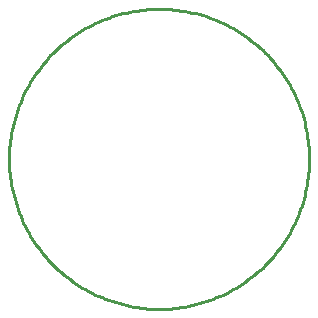
<source format=gko>
G75*
%MOIN*%
%OFA0B0*%
%FSLAX25Y25*%
%IPPOS*%
%LPD*%
%AMOC8*
5,1,8,0,0,1.08239X$1,22.5*
%
%ADD10C,0.01000*%
D10*
X0001600Y0051600D02*
X0001615Y0052827D01*
X0001660Y0054053D01*
X0001735Y0055278D01*
X0001841Y0056501D01*
X0001976Y0057721D01*
X0002141Y0058937D01*
X0002336Y0060148D01*
X0002561Y0061355D01*
X0002815Y0062555D01*
X0003098Y0063749D01*
X0003411Y0064936D01*
X0003753Y0066114D01*
X0004124Y0067284D01*
X0004523Y0068444D01*
X0004950Y0069595D01*
X0005406Y0070734D01*
X0005890Y0071862D01*
X0006401Y0072978D01*
X0006939Y0074081D01*
X0007504Y0075170D01*
X0008096Y0076245D01*
X0008714Y0077305D01*
X0009357Y0078350D01*
X0010027Y0079379D01*
X0010721Y0080390D01*
X0011440Y0081385D01*
X0012183Y0082362D01*
X0012949Y0083320D01*
X0013740Y0084259D01*
X0014552Y0085178D01*
X0015388Y0086077D01*
X0016245Y0086955D01*
X0017123Y0087812D01*
X0018022Y0088648D01*
X0018941Y0089460D01*
X0019880Y0090251D01*
X0020838Y0091017D01*
X0021815Y0091760D01*
X0022810Y0092479D01*
X0023821Y0093173D01*
X0024850Y0093843D01*
X0025895Y0094486D01*
X0026955Y0095104D01*
X0028030Y0095696D01*
X0029119Y0096261D01*
X0030222Y0096799D01*
X0031338Y0097310D01*
X0032466Y0097794D01*
X0033605Y0098250D01*
X0034756Y0098677D01*
X0035916Y0099076D01*
X0037086Y0099447D01*
X0038264Y0099789D01*
X0039451Y0100102D01*
X0040645Y0100385D01*
X0041845Y0100639D01*
X0043052Y0100864D01*
X0044263Y0101059D01*
X0045479Y0101224D01*
X0046699Y0101359D01*
X0047922Y0101465D01*
X0049147Y0101540D01*
X0050373Y0101585D01*
X0051600Y0101600D01*
X0052827Y0101585D01*
X0054053Y0101540D01*
X0055278Y0101465D01*
X0056501Y0101359D01*
X0057721Y0101224D01*
X0058937Y0101059D01*
X0060148Y0100864D01*
X0061355Y0100639D01*
X0062555Y0100385D01*
X0063749Y0100102D01*
X0064936Y0099789D01*
X0066114Y0099447D01*
X0067284Y0099076D01*
X0068444Y0098677D01*
X0069595Y0098250D01*
X0070734Y0097794D01*
X0071862Y0097310D01*
X0072978Y0096799D01*
X0074081Y0096261D01*
X0075170Y0095696D01*
X0076245Y0095104D01*
X0077305Y0094486D01*
X0078350Y0093843D01*
X0079379Y0093173D01*
X0080390Y0092479D01*
X0081385Y0091760D01*
X0082362Y0091017D01*
X0083320Y0090251D01*
X0084259Y0089460D01*
X0085178Y0088648D01*
X0086077Y0087812D01*
X0086955Y0086955D01*
X0087812Y0086077D01*
X0088648Y0085178D01*
X0089460Y0084259D01*
X0090251Y0083320D01*
X0091017Y0082362D01*
X0091760Y0081385D01*
X0092479Y0080390D01*
X0093173Y0079379D01*
X0093843Y0078350D01*
X0094486Y0077305D01*
X0095104Y0076245D01*
X0095696Y0075170D01*
X0096261Y0074081D01*
X0096799Y0072978D01*
X0097310Y0071862D01*
X0097794Y0070734D01*
X0098250Y0069595D01*
X0098677Y0068444D01*
X0099076Y0067284D01*
X0099447Y0066114D01*
X0099789Y0064936D01*
X0100102Y0063749D01*
X0100385Y0062555D01*
X0100639Y0061355D01*
X0100864Y0060148D01*
X0101059Y0058937D01*
X0101224Y0057721D01*
X0101359Y0056501D01*
X0101465Y0055278D01*
X0101540Y0054053D01*
X0101585Y0052827D01*
X0101600Y0051600D01*
X0101585Y0050373D01*
X0101540Y0049147D01*
X0101465Y0047922D01*
X0101359Y0046699D01*
X0101224Y0045479D01*
X0101059Y0044263D01*
X0100864Y0043052D01*
X0100639Y0041845D01*
X0100385Y0040645D01*
X0100102Y0039451D01*
X0099789Y0038264D01*
X0099447Y0037086D01*
X0099076Y0035916D01*
X0098677Y0034756D01*
X0098250Y0033605D01*
X0097794Y0032466D01*
X0097310Y0031338D01*
X0096799Y0030222D01*
X0096261Y0029119D01*
X0095696Y0028030D01*
X0095104Y0026955D01*
X0094486Y0025895D01*
X0093843Y0024850D01*
X0093173Y0023821D01*
X0092479Y0022810D01*
X0091760Y0021815D01*
X0091017Y0020838D01*
X0090251Y0019880D01*
X0089460Y0018941D01*
X0088648Y0018022D01*
X0087812Y0017123D01*
X0086955Y0016245D01*
X0086077Y0015388D01*
X0085178Y0014552D01*
X0084259Y0013740D01*
X0083320Y0012949D01*
X0082362Y0012183D01*
X0081385Y0011440D01*
X0080390Y0010721D01*
X0079379Y0010027D01*
X0078350Y0009357D01*
X0077305Y0008714D01*
X0076245Y0008096D01*
X0075170Y0007504D01*
X0074081Y0006939D01*
X0072978Y0006401D01*
X0071862Y0005890D01*
X0070734Y0005406D01*
X0069595Y0004950D01*
X0068444Y0004523D01*
X0067284Y0004124D01*
X0066114Y0003753D01*
X0064936Y0003411D01*
X0063749Y0003098D01*
X0062555Y0002815D01*
X0061355Y0002561D01*
X0060148Y0002336D01*
X0058937Y0002141D01*
X0057721Y0001976D01*
X0056501Y0001841D01*
X0055278Y0001735D01*
X0054053Y0001660D01*
X0052827Y0001615D01*
X0051600Y0001600D01*
X0050373Y0001615D01*
X0049147Y0001660D01*
X0047922Y0001735D01*
X0046699Y0001841D01*
X0045479Y0001976D01*
X0044263Y0002141D01*
X0043052Y0002336D01*
X0041845Y0002561D01*
X0040645Y0002815D01*
X0039451Y0003098D01*
X0038264Y0003411D01*
X0037086Y0003753D01*
X0035916Y0004124D01*
X0034756Y0004523D01*
X0033605Y0004950D01*
X0032466Y0005406D01*
X0031338Y0005890D01*
X0030222Y0006401D01*
X0029119Y0006939D01*
X0028030Y0007504D01*
X0026955Y0008096D01*
X0025895Y0008714D01*
X0024850Y0009357D01*
X0023821Y0010027D01*
X0022810Y0010721D01*
X0021815Y0011440D01*
X0020838Y0012183D01*
X0019880Y0012949D01*
X0018941Y0013740D01*
X0018022Y0014552D01*
X0017123Y0015388D01*
X0016245Y0016245D01*
X0015388Y0017123D01*
X0014552Y0018022D01*
X0013740Y0018941D01*
X0012949Y0019880D01*
X0012183Y0020838D01*
X0011440Y0021815D01*
X0010721Y0022810D01*
X0010027Y0023821D01*
X0009357Y0024850D01*
X0008714Y0025895D01*
X0008096Y0026955D01*
X0007504Y0028030D01*
X0006939Y0029119D01*
X0006401Y0030222D01*
X0005890Y0031338D01*
X0005406Y0032466D01*
X0004950Y0033605D01*
X0004523Y0034756D01*
X0004124Y0035916D01*
X0003753Y0037086D01*
X0003411Y0038264D01*
X0003098Y0039451D01*
X0002815Y0040645D01*
X0002561Y0041845D01*
X0002336Y0043052D01*
X0002141Y0044263D01*
X0001976Y0045479D01*
X0001841Y0046699D01*
X0001735Y0047922D01*
X0001660Y0049147D01*
X0001615Y0050373D01*
X0001600Y0051600D01*
M02*

</source>
